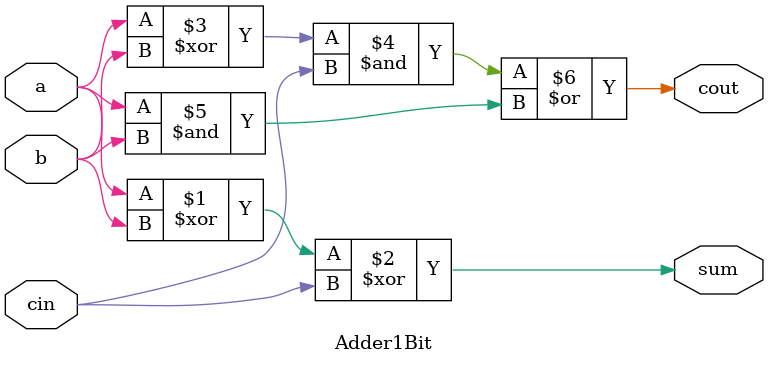
<source format=v>
`timescale 1ns / 1ps


module Adder1Bit(input a,b,cin ,output sum,cout

    );
 assign sum = a^b^cin;
 assign cout = ((a^b) & cin) | (a&b);
 
 
endmodule

</source>
